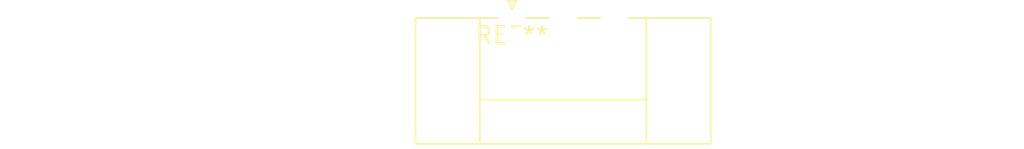
<source format=kicad_pcb>
(kicad_pcb (version 20240108) (generator pcbnew)
  (layers (0 "F.Cu" signal) (31 "B.Cu" signal) (34 "B.Paste" user) (35 "F.Paste" user) (36 "B.SilkS" user "B.Silkscreen") (37 "F.SilkS" user "F.Silkscreen") (38 "B.Mask" user) (39 "F.Mask" user) (44 "Edge.Cuts" user))
  (net 0 "")
  (footprint "PhoenixContact_MC_1,5_3-GF-3.81_1x03_P3.81mm_Horizontal_ThreadedFlange" (layer "F.Cu") (at 0 0)
    (property "Reference" "REF**")
    (property "Value" "PhoenixContact_MC_1,5_3-GF-3.81_1x03_P3.81mm_Horizontal_ThreadedFlange")
    (fp_line (start -7.21 -1.31) (end -7.21 8.11) (layer "F.SilkS") (stroke (width 0.12)))
    (fp_line (start -7.21 -1.31) (end -1.05 -1.31) (layer "F.SilkS") (stroke (width 0.12)))
    (fp_line (start -7.21 8.11) (end 14.83 8.11) (layer "F.SilkS") (stroke (width 0.12)))
    (fp_line (start -2.41 -1.31) (end -2.41 8.11) (layer "F.SilkS") (stroke (width 0.12)))
    (fp_line (start -2.41 4.8) (end 10.03 4.8) (layer "F.SilkS") (stroke (width 0.12)))
    (fp_line (start -0.3 -2.6) (end 0.3 -2.6) (layer "F.SilkS") (stroke (width 0.12)))
    (fp_line (start 0 -2) (end -0.3 -2.6) (layer "F.SilkS") (stroke (width 0.12)))
    (fp_line (start 0.3 -2.6) (end 0 -2) (layer "F.SilkS") (stroke (width 0.12)))
    (fp_line (start 1.05 -1.31) (end 2.76 -1.31) (layer "F.SilkS") (stroke (width 0.12)))
    (fp_line (start 4.86 -1.31) (end 6.57 -1.31) (layer "F.SilkS") (stroke (width 0.12)))
    (fp_line (start 10.03 -1.31) (end 10.03 8.11) (layer "F.SilkS") (stroke (width 0.12)))
    (fp_line (start 14.83 -1.31) (end 8.67 -1.31) (layer "F.SilkS") (stroke (width 0.12)))
    (fp_line (start 14.83 8.11) (end 14.83 -1.31) (layer "F.SilkS") (stroke (width 0.12)))
    (pad "1" thru_hole roundrect (at 0 0) (size 1.8 3.6) (drill 1.2) (layers *.Cu *.Mask) (remove_unused_layers) (roundrect_rratio 0.138889))
    (pad "2" thru_hole oval (at 3.81 0) (size 1.8 3.6) (drill 1.2) (layers *.Cu *.Mask) (remove_unused_layers))
    (pad "3" thru_hole oval (at 7.62 0) (size 1.8 3.6) (drill 1.2) (layers *.Cu *.Mask) (remove_unused_layers))
  )
)
</source>
